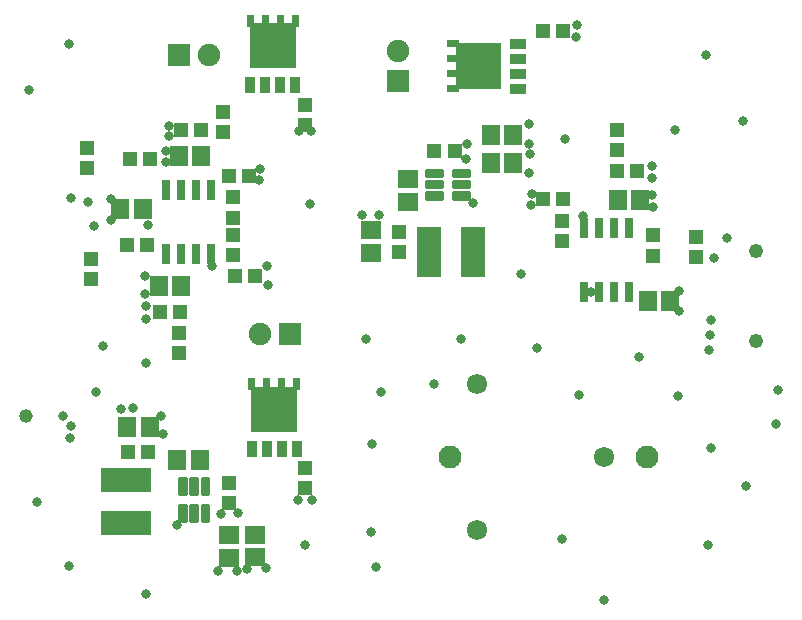
<source format=gbr>
G04 EAGLE Gerber RS-274X export*
G75*
%MOMM*%
%FSLAX34Y34*%
%LPD*%
%INSoldermask Top*%
%IPPOS*%
%AMOC8*
5,1,8,0,0,1.08239X$1,22.5*%
G01*
%ADD10C,1.933200*%
%ADD11C,1.723200*%
%ADD12R,1.503200X1.703200*%
%ADD13R,1.703200X1.503200*%
%ADD14R,2.053200X4.303200*%
%ADD15R,4.303200X2.053200*%
%ADD16R,1.303200X1.203200*%
%ADD17R,1.203200X1.303200*%
%ADD18R,0.803200X1.753200*%
%ADD19C,0.349006*%
%ADD20C,1.223200*%
%ADD21R,1.473200X0.813200*%
%ADD22R,1.903200X1.903200*%
%ADD23C,1.903200*%
%ADD24R,0.813200X1.473200*%
%ADD25C,0.813200*%
%ADD26C,1.178200*%

G36*
X586688Y443238D02*
X586688Y443238D01*
X586687Y443238D01*
X586688Y443239D01*
X586688Y445774D01*
X621733Y445774D01*
X621738Y445778D01*
X621737Y445778D01*
X621738Y445779D01*
X621738Y484899D01*
X621733Y484904D01*
X621733Y484903D01*
X621733Y484904D01*
X586688Y484904D01*
X586688Y487439D01*
X586683Y487444D01*
X586683Y487443D01*
X586683Y487444D01*
X576523Y487444D01*
X576518Y487439D01*
X576518Y481339D01*
X576522Y481334D01*
X576523Y481334D01*
X583628Y481334D01*
X583628Y474744D01*
X576523Y474744D01*
X576518Y474739D01*
X576518Y468639D01*
X576522Y468634D01*
X576523Y468634D01*
X583628Y468634D01*
X583628Y462044D01*
X576523Y462044D01*
X576518Y462039D01*
X576518Y455939D01*
X576522Y455934D01*
X576523Y455934D01*
X583628Y455934D01*
X583628Y449344D01*
X576523Y449344D01*
X576518Y449339D01*
X576518Y443239D01*
X576522Y443234D01*
X576523Y443234D01*
X586683Y443234D01*
X586688Y443238D01*
G37*
G36*
X448309Y463812D02*
X448309Y463812D01*
X448309Y463813D01*
X448309Y498858D01*
X450844Y498858D01*
X450849Y498862D01*
X450849Y498863D01*
X450849Y509023D01*
X450845Y509028D01*
X450844Y509028D01*
X444744Y509028D01*
X444739Y509024D01*
X444739Y509023D01*
X444739Y501918D01*
X438149Y501918D01*
X438149Y509023D01*
X438145Y509028D01*
X438144Y509028D01*
X432044Y509028D01*
X432039Y509024D01*
X432039Y509023D01*
X432039Y501918D01*
X425449Y501918D01*
X425449Y509023D01*
X425445Y509028D01*
X425444Y509028D01*
X419344Y509028D01*
X419339Y509024D01*
X419339Y509023D01*
X419339Y501918D01*
X412749Y501918D01*
X412749Y509023D01*
X412745Y509028D01*
X412744Y509028D01*
X406644Y509028D01*
X406639Y509024D01*
X406639Y509023D01*
X406639Y498863D01*
X406643Y498858D01*
X406644Y498858D01*
X409179Y498858D01*
X409179Y463813D01*
X409183Y463808D01*
X409184Y463808D01*
X448304Y463808D01*
X448309Y463812D01*
G37*
G36*
X449534Y155935D02*
X449534Y155935D01*
X449533Y155935D01*
X449534Y155935D01*
X449534Y190981D01*
X452069Y190981D01*
X452074Y190985D01*
X452073Y190985D01*
X452074Y190985D01*
X452074Y201145D01*
X452069Y201150D01*
X445969Y201150D01*
X445964Y201146D01*
X445964Y201145D01*
X445964Y194040D01*
X439374Y194040D01*
X439374Y201145D01*
X439369Y201150D01*
X433269Y201150D01*
X433264Y201146D01*
X433264Y201145D01*
X433264Y194040D01*
X426674Y194040D01*
X426674Y201145D01*
X426669Y201150D01*
X420569Y201150D01*
X420564Y201146D01*
X420564Y201145D01*
X420564Y194040D01*
X413974Y194040D01*
X413974Y201145D01*
X413969Y201150D01*
X407869Y201150D01*
X407864Y201146D01*
X407864Y201145D01*
X407864Y190985D01*
X407868Y190981D01*
X407869Y190981D01*
X410404Y190981D01*
X410404Y155935D01*
X410408Y155931D01*
X410409Y155931D01*
X449529Y155931D01*
X449534Y155935D01*
G37*
D10*
X745518Y134386D03*
X578918Y134386D03*
D11*
X708868Y134386D03*
X601843Y196177D03*
X601843Y72595D03*
D12*
X613097Y383672D03*
X632097Y383672D03*
X613097Y407181D03*
X632097Y407181D03*
D13*
X542948Y369576D03*
X542948Y350576D03*
X511764Y307533D03*
X511764Y326533D03*
D12*
X746393Y266591D03*
X765393Y266591D03*
X720891Y351798D03*
X739891Y351798D03*
X318508Y344472D03*
X299508Y344472D03*
X368141Y389730D03*
X349141Y389730D03*
X351369Y279510D03*
X332369Y279510D03*
D13*
X413991Y68828D03*
X413991Y49828D03*
X391448Y68432D03*
X391448Y49432D03*
D12*
X366998Y131881D03*
X347998Y131881D03*
X305654Y160378D03*
X324654Y160378D03*
D14*
X597857Y307964D03*
X561357Y307964D03*
D15*
X304304Y78902D03*
X304304Y115402D03*
D16*
X535192Y324870D03*
X535192Y307870D03*
D17*
X582559Y393319D03*
X565559Y393319D03*
X657615Y352899D03*
X674615Y352899D03*
X737417Y376586D03*
X720417Y376586D03*
D16*
X673881Y317054D03*
X673881Y334054D03*
X720113Y411600D03*
X720113Y394600D03*
X750767Y322138D03*
X750767Y305138D03*
X786657Y321022D03*
X786657Y304022D03*
X395027Y354303D03*
X395027Y337303D03*
X386466Y426563D03*
X386466Y409563D03*
D17*
X351091Y411360D03*
X368091Y411360D03*
X413760Y287672D03*
X396760Y287672D03*
X332962Y257626D03*
X349962Y257626D03*
D16*
X395364Y322560D03*
X395364Y305560D03*
X349532Y222543D03*
X349532Y239543D03*
D17*
X408268Y372863D03*
X391268Y372863D03*
X325080Y387112D03*
X308080Y387112D03*
X321884Y314303D03*
X304884Y314303D03*
D16*
X271749Y396446D03*
X271749Y379446D03*
X274673Y302223D03*
X274673Y285223D03*
D17*
X323242Y139174D03*
X306242Y139174D03*
D16*
X391824Y95597D03*
X391824Y112597D03*
D18*
X730010Y328242D03*
X717310Y328242D03*
X704610Y328242D03*
X691910Y328242D03*
X730010Y274242D03*
X717310Y274242D03*
X704610Y274242D03*
X691910Y274242D03*
X338661Y306453D03*
X351361Y306453D03*
X364061Y306453D03*
X376761Y306453D03*
X338661Y360453D03*
X351361Y360453D03*
X364061Y360453D03*
X376761Y360453D03*
D19*
X581991Y357705D02*
X595033Y357705D01*
X595033Y353263D01*
X581991Y353263D01*
X581991Y357705D01*
X581991Y356578D02*
X595033Y356578D01*
X595033Y367205D02*
X581991Y367205D01*
X595033Y367205D02*
X595033Y362763D01*
X581991Y362763D01*
X581991Y367205D01*
X581991Y366078D02*
X595033Y366078D01*
X595033Y376705D02*
X581991Y376705D01*
X595033Y376705D02*
X595033Y372263D01*
X581991Y372263D01*
X581991Y376705D01*
X581991Y375578D02*
X595033Y375578D01*
X571933Y376705D02*
X558891Y376705D01*
X571933Y376705D02*
X571933Y372263D01*
X558891Y372263D01*
X558891Y376705D01*
X558891Y375578D02*
X571933Y375578D01*
X571933Y367205D02*
X558891Y367205D01*
X571933Y367205D02*
X571933Y362763D01*
X558891Y362763D01*
X558891Y367205D01*
X558891Y366078D02*
X571933Y366078D01*
X571933Y357705D02*
X558891Y357705D01*
X571933Y357705D02*
X571933Y353263D01*
X558891Y353263D01*
X558891Y357705D01*
X558891Y356578D02*
X571933Y356578D01*
X354784Y93123D02*
X354784Y80081D01*
X350342Y80081D01*
X350342Y93123D01*
X354784Y93123D01*
X354784Y83396D02*
X350342Y83396D01*
X350342Y86711D02*
X354784Y86711D01*
X354784Y90026D02*
X350342Y90026D01*
X364284Y93123D02*
X364284Y80081D01*
X359842Y80081D01*
X359842Y93123D01*
X364284Y93123D01*
X364284Y83396D02*
X359842Y83396D01*
X359842Y86711D02*
X364284Y86711D01*
X364284Y90026D02*
X359842Y90026D01*
X373784Y93123D02*
X373784Y80081D01*
X369342Y80081D01*
X369342Y93123D01*
X373784Y93123D01*
X373784Y83396D02*
X369342Y83396D01*
X369342Y86711D02*
X373784Y86711D01*
X373784Y90026D02*
X369342Y90026D01*
X373784Y103181D02*
X373784Y116223D01*
X373784Y103181D02*
X369342Y103181D01*
X369342Y116223D01*
X373784Y116223D01*
X373784Y106496D02*
X369342Y106496D01*
X369342Y109811D02*
X373784Y109811D01*
X373784Y113126D02*
X369342Y113126D01*
X364284Y116223D02*
X364284Y103181D01*
X359842Y103181D01*
X359842Y116223D01*
X364284Y116223D01*
X364284Y106496D02*
X359842Y106496D01*
X359842Y109811D02*
X364284Y109811D01*
X364284Y113126D02*
X359842Y113126D01*
X354784Y116223D02*
X354784Y103181D01*
X350342Y103181D01*
X350342Y116223D01*
X354784Y116223D01*
X354784Y106496D02*
X350342Y106496D01*
X350342Y109811D02*
X354784Y109811D01*
X354784Y113126D02*
X350342Y113126D01*
D20*
X838200Y232410D03*
X838200Y308610D03*
D21*
X636243Y446289D03*
X636243Y458989D03*
X636243Y471689D03*
X636243Y484389D03*
D22*
X534854Y453097D03*
D23*
X534854Y478497D03*
D17*
X674756Y495255D03*
X657756Y495255D03*
D24*
X410919Y141425D03*
X423619Y141425D03*
X436319Y141425D03*
X449019Y141425D03*
D16*
X455824Y108100D03*
X455824Y125100D03*
D24*
X409694Y449303D03*
X422394Y449303D03*
X435094Y449303D03*
X447794Y449303D03*
D16*
X455972Y415678D03*
X455972Y432678D03*
D22*
X443122Y238319D03*
D23*
X417722Y238319D03*
D22*
X349420Y474627D03*
D23*
X374820Y474627D03*
D25*
X376800Y296153D03*
X291947Y335357D03*
X291618Y353129D03*
X347983Y77352D03*
X456058Y60286D03*
X228810Y96103D03*
X222337Y445469D03*
X277004Y329858D03*
X284678Y228391D03*
X279242Y189249D03*
X256176Y42277D03*
X320947Y18223D03*
X321675Y214301D03*
X459952Y348422D03*
X256540Y484166D03*
X451005Y410539D03*
X460834Y410404D03*
X424284Y280303D03*
X423495Y296264D03*
X340919Y415135D03*
X340572Y406036D03*
X338192Y384611D03*
X338192Y393833D03*
X417011Y369193D03*
X418203Y378661D03*
X320902Y287475D03*
X320902Y272322D03*
X321011Y262581D03*
X321119Y250999D03*
X334296Y169639D03*
X335984Y153719D03*
X398843Y87417D03*
X384817Y86638D03*
X449624Y97939D03*
X462221Y97809D03*
X423122Y40508D03*
X406739Y39456D03*
X382539Y38254D03*
X398321Y38103D03*
X813242Y319941D03*
X802216Y303343D03*
X798909Y237877D03*
X799689Y250434D03*
X798129Y225320D03*
X691637Y338419D03*
X697800Y274242D03*
X772963Y275187D03*
X772963Y257779D03*
X598079Y349563D03*
X795455Y475254D03*
X769255Y411109D03*
X826749Y419127D03*
X676100Y403820D03*
X854562Y162909D03*
X856259Y191228D03*
X638984Y289380D03*
X507985Y234711D03*
X520357Y189518D03*
X512351Y145783D03*
X511624Y70705D03*
X516481Y41083D03*
X673189Y64874D03*
X708850Y13121D03*
X796910Y59756D03*
X828932Y110066D03*
X799821Y142103D03*
X771438Y186603D03*
X738688Y219404D03*
X687744Y187332D03*
X652083Y226693D03*
X588040Y234711D03*
X565479Y196079D03*
X686250Y500545D03*
X685709Y489902D03*
X645574Y416219D03*
X646025Y399534D03*
X646206Y390786D03*
X645845Y375183D03*
X592943Y399503D03*
X592192Y386665D03*
X518982Y339819D03*
X504202Y339318D03*
X648299Y356963D03*
X647672Y347845D03*
X749386Y380558D03*
X749321Y370985D03*
X750143Y355988D03*
X750793Y345922D03*
X322716Y331095D03*
X257782Y160455D03*
X257331Y150610D03*
X300555Y175342D03*
X310404Y175667D03*
D26*
X219776Y169037D03*
D25*
X250802Y169173D03*
X257847Y353573D03*
X272334Y350092D03*
M02*

</source>
